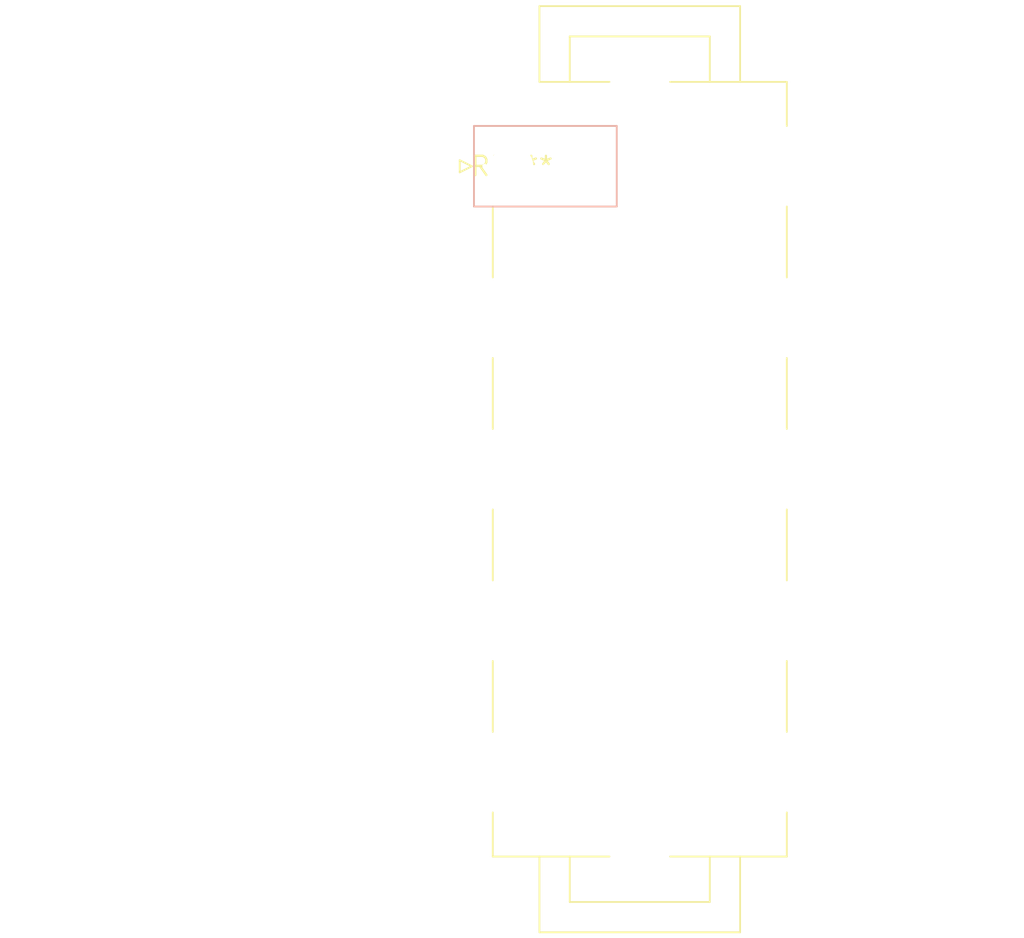
<source format=kicad_pcb>
(kicad_pcb (version 20240108) (generator pcbnew)
  (layers (0 "F.Cu" signal) (31 "B.Cu" signal) (34 "B.Paste" user) (35 "F.Paste" user) (36 "B.SilkS" user "B.Silkscreen") (37 "F.SilkS" user "F.Silkscreen") (38 "B.Mask" user) (39 "F.Mask" user) (44 "Edge.Cuts" user))
  (net 0 "")
  (footprint "Molex_Mini-Fit_Sr_43915-xx10_2x05_P10.00mm_Vertical_ThermalVias" (layer "F.Cu") (at 0 0)
    (property "Reference" "REF**")
    (property "Value" "Molex_Mini-Fit_Sr_43915-xx10_2x05_P10.00mm_Vertical_ThermalVias")
    (fp_line (start -2.51 -2.66) (end -2.51 2.66) (layer "B.SilkS") (stroke (width 0.12)))
    (fp_line (start -2.51 2.66) (end 6.91 2.66) (layer "B.SilkS") (stroke (width 0.12)))
    (fp_line (start 6.91 -2.66) (end -2.51 -2.66) (layer "B.SilkS") (stroke (width 0.12)))
    (fp_line (start 6.91 2.66) (end 6.91 -2.66) (layer "B.SilkS") (stroke (width 0.12)))
    (fp_line (start -3.45 -0.4) (end -3.45 0.4) (layer "F.SilkS") (stroke (width 0.12)))
    (fp_line (start -3.45 0.4) (end -2.65 0) (layer "F.SilkS") (stroke (width 0.12)))
    (fp_line (start -2.65 0) (end -3.45 -0.4) (layer "F.SilkS") (stroke (width 0.12)))
    (fp_line (start -1.27 2.66) (end -1.27 7.34) (layer "F.SilkS") (stroke (width 0.12)))
    (fp_line (start -1.27 12.66) (end -1.27 17.34) (layer "F.SilkS") (stroke (width 0.12)))
    (fp_line (start -1.27 22.66) (end -1.27 27.34) (layer "F.SilkS") (stroke (width 0.12)))
    (fp_line (start -1.27 32.66) (end -1.27 37.34) (layer "F.SilkS") (stroke (width 0.12)))
    (fp_line (start -1.27 42.66) (end -1.27 45.57) (layer "F.SilkS") (stroke (width 0.12)))
    (fp_line (start -1.27 45.57) (end 6.43 45.57) (layer "F.SilkS") (stroke (width 0.12)))
    (fp_line (start 1.81 -10.57) (end 15.05 -10.57) (layer "F.SilkS") (stroke (width 0.12)))
    (fp_line (start 1.81 -5.57) (end 1.81 -10.57) (layer "F.SilkS") (stroke (width 0.12)))
    (fp_line (start 1.81 45.57) (end 1.81 50.57) (layer "F.SilkS") (stroke (width 0.12)))
    (fp_line (start 1.81 50.57) (end 15.05 50.57) (layer "F.SilkS") (stroke (width 0.12)))
    (fp_line (start 3.81 -8.57) (end 13.05 -8.57) (layer "F.SilkS") (stroke (width 0.12)))
    (fp_line (start 3.81 -5.57) (end 3.81 -8.57) (layer "F.SilkS") (stroke (width 0.12)))
    (fp_line (start 3.81 45.57) (end 3.81 48.57) (layer "F.SilkS") (stroke (width 0.12)))
    (fp_line (start 3.81 48.57) (end 13.05 48.57) (layer "F.SilkS") (stroke (width 0.12)))
    (fp_line (start 6.43 -5.57) (end 1.81 -5.57) (layer "F.SilkS") (stroke (width 0.12)))
    (fp_line (start 13.05 -8.57) (end 13.05 -5.57) (layer "F.SilkS") (stroke (width 0.12)))
    (fp_line (start 13.05 48.57) (end 13.05 45.57) (layer "F.SilkS") (stroke (width 0.12)))
    (fp_line (start 15.05 -10.57) (end 15.05 -5.57) (layer "F.SilkS") (stroke (width 0.12)))
    (fp_line (start 15.05 50.57) (end 15.05 45.57) (layer "F.SilkS") (stroke (width 0.12)))
    (fp_line (start 18.13 -5.57) (end 10.43 -5.57) (layer "F.SilkS") (stroke (width 0.12)))
    (fp_line (start 18.13 -2.66) (end 18.13 -5.57) (layer "F.SilkS") (stroke (width 0.12)))
    (fp_line (start 18.13 2.66) (end 18.13 7.34) (layer "F.SilkS") (stroke (width 0.12)))
    (fp_line (start 18.13 12.66) (end 18.13 17.34) (layer "F.SilkS") (stroke (width 0.12)))
    (fp_line (start 18.13 22.66) (end 18.13 27.34) (layer "F.SilkS") (stroke (width 0.12)))
    (fp_line (start 18.13 32.66) (end 18.13 37.34) (layer "F.SilkS") (stroke (width 0.12)))
    (fp_line (start 18.13 42.66) (end 18.13 45.57) (layer "F.SilkS") (stroke (width 0.12)))
    (fp_line (start 18.13 45.57) (end 10.43 45.57) (layer "F.SilkS") (stroke (width 0.12)))
    (pad "" thru_hole circle (at 8.43 -5.705) (size 3.5 3.5) (drill 3) (layers *.Cu *.Mask) (remove_unused_layers))
    (pad "" np_thru_hole circle (at 8.43 5) (size 3 3) (drill 3) (layers *.Cu *.Mask))
    (pad "" thru_hole circle (at 8.43 45.705) (size 3.5 3.5) (drill 3) (layers *.Cu *.Mask) (remove_unused_layers))
    (pad "1" thru_hole roundrect (at -1.8 -1.95) (size 0.6 0.6) (drill 0.3) (layers *.Cu *.Mask) (remove_unused_layers))
    (pad "1" thru_hole roundrect (at -1.8 0) (size 0.6 0.6) (drill 0.3) (layers *.Cu *.Mask) (remove_unused_layers))
    (pad "1" thru_hole roundrect (at -1.8 1.95) (size 0.6 0.6) (drill 0.3) (layers *.Cu *.Mask) (remove_unused_layers))
    (pad "1" thru_hole rect (at 0 0) (size 4.5 4.8) (drill 2.8) (layers *.Cu *.Mask) (remove_unused_layers))
    (pad "1" thru_hole roundrect (at 0.2 -1.95) (size 0.6 0.6) (drill 0.3) (layers *.Cu *.Mask) (remove_unused_layers))
    (pad "1" thru_hole roundrect (at 0.2 1.95) (size 0.6 0.6) (drill 0.3) (layers *.Cu *.Mask) (remove_unused_layers))
    (pad "1" thru_hole roundrect (at 2.2 -1.95) (size 0.6 0.6) (drill 0.3) (layers *.Cu *.Mask) (remove_unused_layers))
    (pad "1" thru_hole roundrect (at 2.2 0) (size 0.6 0.6) (drill 0.3) (layers *.Cu *.Mask) (remove_unused_layers))
    (pad "1" thru_hole roundrect (at 2.2 1.95) (size 0.6 0.6) (drill 0.3) (layers *.Cu *.Mask) (remove_unused_layers))
    (pad "1" thru_hole roundrect (at 4.2 -1.95) (size 0.6 0.6) (drill 0.3) (layers *.Cu *.Mask) (remove_unused_layers))
    (pad "1" thru_hole roundrect (at 4.2 1.95) (size 0.6 0.6) (drill 0.3) (layers *.Cu *.Mask) (remove_unused_layers))
    (pad "1" thru_hole rect (at 4.4 0) (size 4.5 4.8) (drill 2.8) (layers *.Cu *.Mask) (remove_unused_layers))
    (pad "1" thru_hole roundrect (at 6.2 -1.95) (size 0.6 0.6) (drill 0.3) (layers *.Cu *.Mask) (remove_unused_layers))
    (pad "1" thru_hole roundrect (at 6.2 0) (size 0.6 0.6) (drill 0.3) (layers *.Cu *.Mask) (remove_unused_layers))
    (pad "1" thru_hole roundrect (at 6.2 1.95) (size 0.6 0.6) (drill 0.3) (layers *.Cu *.Mask) (remove_unused_layers))
    (pad "2" thru_hole circle (at -1.8 8.05) (size 0.6 0.6) (drill 0.3) (layers *.Cu *.Mask) (remove_unused_layers))
    (pad "2" thru_hole circle (at -1.8 10) (size 0.6 0.6) (drill 0.3) (layers *.Cu *.Mask) (remove_unused_layers))
    (pad "2" thru_hole circle (at -1.8 11.95) (size 0.6 0.6) (drill 0.3) (layers *.Cu *.Mask) (remove_unused_layers))
    (pad "2" thru_hole rect (at 0 10) (size 4.5 4.8) (drill 2.8) (layers *.Cu *.Mask) (remove_unused_layers))
    (pad "2" thru_hole circle (at 0.2 8.05) (size 0.6 0.6) (drill 0.3) (layers *.Cu *.Mask) (remove_unused_layers))
    (pad "2" thru_hole circle (at 0.2 11.95) (size 0.6 0.6) (drill 0.3) (layers *.Cu *.Mask) (remove_unused_layers))
    (pad "2" thru_hole circle (at 2.2 8.05) (size 0.6 0.6) (drill 0.3) (layers *.Cu *.Mask) (remove_unused_layers))
    (pad "2" thru_hole circle (at 2.2 10) (size 0.6 0.6) (drill 0.3) (layers *.Cu *.Mask) (remove_unused_layers))
    (pad "2" thru_hole circle (at 2.2 11.95) (size 0.6 0.6) (drill 0.3) (layers *.Cu *.Mask) (remove_unused_layers))
    (pad "2" thru_hole circle (at 4.2 8.05) (size 0.6 0.6) (drill 0.3) (layers *.Cu *.Mask) (remove_unused_layers))
    (pad "2" thru_hole circle (at 4.2 11.95) (size 0.6 0.6) (drill 0.3) (layers *.Cu *.Mask) (remove_unused_layers))
    (pad "2" thru_hole rect (at 4.4 10) (size 4.5 4.8) (drill 2.8) (layers *.Cu *.Mask) (remove_unused_layers))
    (pad "2" thru_hole circle (at 6.2 8.05) (size 0.6 0.6) (drill 0.3) (layers *.Cu *.Mask) (remove_unused_layers))
    (pad "2" thru_hole circle (at 6.2 10) (size 0.6 0.6) (drill 0.3) (layers *.Cu *.Mask) (remove_unused_layers))
    (pad "2" thru_hole circle (at 6.2 11.95) (size 0.6 0.6) (drill 0.3) (layers *.Cu *.Mask) (remove_unused_layers))
    (pad "3" thru_hole circle (at -1.8 18.05) (size 0.6 0.6) (drill 0.3) (layers *.Cu *.Mask) (remove_unused_layers))
    (pad "3" thru_hole circle (at -1.8 20) (size 0.6 0.6) (drill 0.3) (layers *.Cu *.Mask) (remove_unused_layers))
    (pad "3" thru_hole circle (at -1.8 21.95) (size 0.6 0.6) (drill 0.3) (layers *.Cu *.Mask) (remove_unused_layers))
    (pad "3" thru_hole rect (at 0 20) (size 4.5 4.8) (drill 2.8) (layers *.Cu *.Mask) (remove_unused_layers))
    (pad "3" thru_hole circle (at 0.2 18.05) (size 0.6 0.6) (drill 0.3) (layers *.Cu *.Mask) (remove_unused_layers))
    (pad "3" thru_hole circle (at 0.2 21.95) (size 0.6 0.6) (drill 0.3) (layers *.Cu *.Mask) (remove_unused_layers))
    (pad "3" thru_hole circle (at 2.2 18.05) (size 0.6 0.6) (drill 0.3) (layers *.Cu *.Mask) (remove_unused_layers))
    (pad "3" thru_hole circle (at 2.2 20) (size 0.6 0.6) (drill 0.3) (layers *.Cu *.Mask) (remove_unused_layers))
    (pad "3" thru_hole circle (at 2.2 21.95) (size 0.6 0.6) (drill 0.3) (layers *.Cu *.Mask) (remove_unused_layers))
    (pad "3" thru_hole circle (at 4.2 18.05) (size 0.6 0.6) (drill 0.3) (layers *.Cu *.Mask) (remove_unused_layers))
    (pad "3" thru_hole circle (at 4.2 21.95) (size 0.6 0.6) (drill 0.3) (layers *.Cu *.Mask) (remove_unused_layers))
    (pad "3" thru_hole rect (at 4.4 20) (size 4.5 4.8) (drill 2.8) (layers *.Cu *.Mask) (remove_unused_layers))
    (pad "3" thru_hole circle (at 6.2 18.05) (size 0.6 0.6) (drill 0.3) (layers *.Cu *.Mask) (remove_unused_layers))
    (pad "3" thru_hole circle (at 6.2 20) (size 0.6 0.6) (drill 0.3) (layers *.Cu *.Mask) (remove_unused_layers))
    (pad "3" thru_hole circle (at 6.2 21.95) (size 0.6 0.6) (drill 0.3) (layers *.Cu *.Mask) (remove_unused_layers))
    (pad "4" thru_hole circle (at -1.8 28.05) (size 0.6 0.6) (drill 0.3) (layers *.Cu *.Mask) (remove_unused_layers))
    (pad "4" thru_hole circle (at -1.8 30) (size 0.6 0.6) (drill 0.3) (layers *.Cu *.Mask) (remove_unused_layers))
    (pad "4" thru_hole circle (at -1.8 31.95) (size 0.6 0.6) (drill 0.3) (layers *.Cu *.Mask) (remove_unused_layers))
    (pad "4" thru_hole rect (at 0 30) (size 4.5 4.8) (drill 2.8) (layers *.Cu *.Mask) (remove_unused_layers))
    (pad "4" thru_hole circle (at 0.2 28.05) (size 0.6 0.6) (drill 0.3) (layers *.Cu *.Mask) (remove_unused_layers))
    (pad "4" thru_hole circle (at 0.2 31.95) (size 0.6 0.6) (drill 0.3) (layers *.Cu *.Mask) (remove_unused_layers))
    (pad "4" thru_hole circle (at 2.2 28.05) (size 0.6 0.6) (drill 0.3) (layers *.Cu *.Mask) (remove_unused_layers))
    (pad "4" thru_hole circle (at 2.2 30) (size 0.6 0.6) (drill 0.3) (layers *.Cu *.Mask) (remove_unused_layers))
    (pad "4" thru_hole circle (at 2.2 31.95) (size 0.6 0.6) (drill 0.3) (layers *.Cu *.Mask) (remove_unused_layers))
    (pad "4" thru_hole circle (at 4.2 28.05) (size 0.6 0.6) (drill 0.3) (layers *.Cu *.Mask) (remove_unused_layers))
    (pad "4" thru_hole circle (at 4.2 31.95) (size 0.6 0.6) (drill 0.3) (layers *.Cu *.Mask) (remove_unused_layers))
    (pad "4" thru_hole rect (at 4.4 30) (size 4.5 4.8) (drill 2.8) (layers *.Cu *.Mask) (remove_unused_layers))
    (pad "4" thru_hole circle (at 6.2 28.05) (size 0.6 0.6) (drill 0.3) (layers *.Cu *.Mask) (remove_unused_layers))
    (pad "4" thru_hole circle (at 6.2 30) (size 0.6 0.6) (drill 0.3) (layers *.Cu *.Mask) (remove_unused_layers))
    (pad "4" thru_hole circle (at 6.2 31.95) (size 0.6 0.6) (drill 0.3) (layers *.Cu *.Mask) (remove_unused_layers))
    (pad "5" thru_hole circle (at -1.8 38.05) (size 0.6 0.6) (drill 0.3) (layers *.Cu *.Mask) (remove_unused_layers))
    (pad "5" thru_hole circle (at -1.8 40) (size 0.6 0.6) (drill 0.3) (layers *.Cu *.Mask) (remove_unused_layers))
    (pad "5" thru_hole circle (at -1.8 41.95) (size 0.6 0.6) (drill 0.3) (layers *.Cu *.Mask) (remove_unused_layers))
    (pad "5" thru_hole rect (at 0 40) (size 4.5 4.8) (drill 2.8) (layers *.Cu *.Mask) (remove_unused_layers))
    (pad "5" thru_hole circle (at 0.2 38.05) (size 0.6 0.6) (drill 0.3) (layers *.Cu *.Mask) (remove_unused_layers))
    (pad "5" thru_hole circle (at 0.2 41.95) (size 0.6 0.6) (drill 0.3) (layers *.Cu *.Mask) (remove_unused_layers))
    (pad "5" thru_hole circle (at 2.2 38.05) (size 0.6 0.6) (drill 0.3) (layers *.Cu *.Mask) (remove_unused_layers))
    (pad "5" thru_hole circle (at 2.2 40) (size 0.6 0.6) (drill 0.3) (layers *.Cu *.Mask) (remove_unused_layers))
    (pad "5" thru_hole circle (at 2.2 41.95) (size 0.6 0.6) (drill 0.3) (layers *.Cu *.Mask) (remove_unused_layers))
    (pad "5" thru_hole circle (at 4.2 38.05) (size 0.6 0.6) (drill 0.3) (layers *.Cu *.Mask) (remove_unused_layers))
    (pad "5" thru_hole circle (at 4.2 41.95) (size 0.6 0.6) (drill 0.3) (layers *.Cu *.Mask) (remove_unused_layers))
    (pad "5" thru_hole rect (at 4.4 40) (size 4.5 4.8) (drill 2.8) (layers *.Cu *.Mask) (remove_unused_layers))
    (pad "5" thru_hole circle (at 6.2 38.05) (size 0.6 0.6) (drill 0.3) (layers *.Cu *.Mask) (remove_unused_layers))
    (pad "5" thru_hole circle (at 6.2 40) (size 0.6 0.6) (drill 0.3) (layers *.Cu *.Mask) (remove_unused_layers))
    (pad "5" thru_hole circle (at 6.2 41.95) (size 0.6 0.6) (drill 0.3) (layers *.Cu *.Mask) (remove_unused_layers))
    (pad "6" thru_hole circle (at 10.66 -1.95) (size 0.6 0.6) (drill 0.3) (layers *.Cu *.Mask) (remove_unused_layers))
    (pad "6" thru_hole circle (at 10.66 0) (size 0.6 0.6) (drill 0.3) (layers *.Cu *.Mask) (remove_unused_layers))
    (pad "6" thru_hole circle (at 10.66 1.95) (size 0.6 0.6) (drill 0.3) (layers *.Cu *.Mask) (remove_unused_layers))
    (pad "6" thru_hole rect (at 12.46 0) (size 4.5 4.8) (drill 2.8) (layers *.Cu *.Mask) (remove_unused_layers))
    (pad "6" thru_hole circle (at 12.66 -1.95) (size 0.6 0.6) (drill 0.3) (layers *.Cu *.Mask) (remove_unused_layers))
    (pad "6" thru_hole circle (at 12.66 1.95) (size 0.6 0.6) (drill 0.3) (layers *.Cu *.Mask) (remove_unused_layers))
    (pad "6" thru_hole circle (at 14.66 -1.95) (size 0.6 0.6) (drill 0.3) (layers *.Cu *.Mask) (remove_unused_layers))
    (pad "6" thru_hole circle (at 14.66 0) (size 0.6 0.6) (drill 0.3) (layers *.Cu *.Mask) (remove_unused_layers))
    (pad "6" thru_hole circle (at 14.66 1.95) (size 0.6 0.6) (drill 0.3) (layers *.Cu *.Mask) (remove_unused_layers))
    (pad "6" thru_hole circle (at 16.66 -1.95) (size 0.6 0.6) (drill 0.3) (layers *.Cu *.Mask) (remove_unused_layers))
    (pad "6" thru_hole circle (at 16.66 1.95) (size 0.6 0.6) (drill 0.3) (layers *.Cu *.Mask) (remove_unused_layers))
    (pad "6" thru_hole rect (at 16.86 0) (size 4.5 4.8) (drill 2.8) (layers *.Cu *.Mask) (remove_unused_layers))
    (pad "6" thru_hole circle (at 18.66 -1.95) (size 0.6 0.6) (drill 0.3) (layers *.Cu *.Mask) (remove_unused_layers))
    (pad "6" thru_hole circle (at 18.66 0) (size 0.6 0.6) (drill 0.3) (layers *.Cu *.Mask) (remove_unused_layers))
    (pad "6" thru_hole circle (at 18.66 1.95) (size 0.6 0.6) (drill 0.3) (layers *.Cu *.Mask) (remove_unused_layers))
    (pad "7" thru_hole circle (at 10.66 8.05) (size 0.6 0.6) (drill 0.3) (layers *.Cu *.Mask) (remove_unused_layers))
    (pad "7" thru_hole circle (at 10.66 10) (size 0.6 0.6) (drill 0.3) (layers *.Cu *.Mask) (remove_unused_layers))
    (pad "7" thru_hole circle (at 10.66 11.95) (size 0.6 0.6) (drill 0.3) (layers *.Cu *.Mask) (remove_unused_layers))
    (pad "7" thru_hole rect (at 12.46 10) (size 4.5 4.8) (drill 2.8) (layers *.Cu *.Mask) (remove_unused_layers))
    (pad "7" thru_hole circle (at 12.66 8.05) (size 0.6 0.6) (drill 0.3) (layers *.Cu *.Mask) (remove_unused_layers))
    (pad "7" thru_hole circle (at 12.66 11.95) (size 0.6 0.6) (drill 0.3) (layers *.Cu *.Mask) (remove_unused_layers))
    (pad "7" thru_hole circle (at 14.66 8.05) (size 0.6 0.6) (drill 0.3) (layers *.Cu *.Mask) (remove_unused_layers))
    (pad "7" thru_hole circle (at 14.66 10) (size 0.6 0.6) (drill 0.3) (layers *.Cu *.Mask) (remove_unused_layers))
    (pad "7" thru_hole circle (at 14.66 11.95) (size 0.6 0.6) (drill 0.3) (layers *.Cu *.Mask) (remove_unused_layers))
    (pad "7" thru_hole circle (at 16.66 8.05) (size 0.6 0.6) (drill 0.3) (layers *.Cu *.Mask) (remove_unused_layers))
    (pad "7" thru_hole circle (at 16.66 11.95) (size 0.6 0.6) (drill 0.3) (layers *.Cu *.Mask) (remove_unused_layers))
    (pad "7" thru_hole rect (at 16.86 10) (size 4.5 4.8) (drill 2.8) (layers *.Cu *.Mask) (remove_unused_layers))
    (pad "7" thru_hole circle (at 18.66 8.05) (size 0.6 0.6) (drill 0.3) (layers *.Cu *.Mask) (remove_unused_layers))
    (pad "7" thru_hole circle (at 18.66 10) (size 0.6 0.6) (drill 0.3) (layers *.Cu *.Mask) (remove_unused_layers))
    (pad "7" thru_hole circle (at 18.66 11.95) (size 0.6 0.6) (drill 0.3) (layers *.Cu *.Mask) (remove_unused_layers))
    (pad "8" thru_hole circle (at 10.66 18.05) (size 0.6 0.6) (drill 0.3) (layers *.Cu *.Mask) (remove_unused_layers))
    (pad "8" thru_hole circle (at 10.66 20) (size 0.6 0.6) (drill 0.3) (layers *.Cu *.Mask) (remove_unused_layers))
    (pad "8" thru_hole circle (at 10.66 21.95) (size 0.6 0.6) (drill 0.3) (layers *.Cu *.Mask) (remove_unused_layers))
    (pad "8" thru_hole rect (at 12.46 20) (size 4.5 4.8) (drill 2.8) (layers *.Cu *.Mask) (remove_unused_layers))
    (pad "8" thru_hole circle (at 12.66 18.05) (size 0.6 0.6) (drill 0.3) (layers *.Cu *.Mask) (remove_unused_layers))
    (pad "8" thru_hole circle (at 12.66 21.95) (size 0.6 0.6) (drill 0.3) (layers *.Cu *.Mask) (remove_unused_layers))
    (pad "8" thru_hole circle (at 14.66 18.05) (size 0.6 0.6) (drill 0.3) (layers *.Cu *.Mask) (remove_unused_layers))
    (pad "8" thru_hole circle (at 14.66 20) (size 0.6 0.6) (drill 0.3) (layers *.Cu *.Mask) (remove_unused_layers))
    (pad "8" thru_hole circle (at 14.66 21.95) (size 0.6 0.6) (drill 0.3) (layers *.Cu *.Mask) (remove_unused_layers))
    (pad "8" thru_hole circle (at 16.66 18.05) (size 0.6 0.6) (drill 0.3) (layers *.Cu *.Mask) (remove_unused_layers))
    (pad "8" thru_hole circle (at 16.66 21.95) (size 0.6 0.6) (drill 0.3) (layers *.Cu *.Mask) (remove_unused_layers))
    (pad "8" thru_hole rect (at 16.86 20) (size 4.5 4.8) (drill 2.8) (layers *.Cu *.Mask) (remove_unused_layers))
    (pad "8" thru_hole circle (at 18.66 18.05) (size 0.6 0.6) (drill 0.3) (layers *.Cu *.Mask) (remove_unused_layers))
    (pad "8" thru_hole circle (at 18.66 20) (size 0.6 0.6) (drill 0.3) (layers *.Cu *.Mask) (remove_unused_layers))
    (pad "8" thru_hole circle (at 18.66 21.95) (size 0.6 0.6) (drill 0.3) (layers *.Cu *.Mask) (remove_unused_layers))
    (pad "9" thru_hole circle (at 10.66 28.05) (size 0.6 0.6) (drill 0.3) (layers *.Cu *.Mask) (remove_unused_layers))
    (pad "9" thru_hole circle (at 10.66 30) (size 0.6 0.6) (drill 0.3) (layers *.Cu *.Mask) (remove_unused_layers))
    (pad "9" thru_hole circle (at 10.66 31.95) (size 0.6 0.6) (drill 0.3) (layers *.Cu *.Mask) (remove_unused_layers))
    (pad "9" thru_hole rect (at 12.46 30) (size 4.5 4.8) (drill 2.8) (layers *.Cu *.Mask) (remove_unused_layers))
    (pad "9" thru_hole circle (at 12.66 28.05) (size 0.6 0.6) (drill 0.3) (layers *.Cu *.Mask) (remove_unused_layers))
    (pad "9" thru_hole circle (at 12.66 31.95) (size 0.6 0.6) (drill 0.3) (layers *.Cu *.Mask) (remove_unused_layers))
    (pad "9" thru_hole circle (at 14.66 28.05) (size 0.6 0.6) (drill 0.3) (layers *.Cu *.Mask) (remove_unused_layers))
    (pad "9" thru_hole circle (at 14.66 30) (size 0.6 0.6) (drill 0.3) (layers *.Cu *.Mask) (remove_unused_layers))
    (pad "9" thru_hole circle (at 14.66 31.95) (size 0.6 0.6) (drill 0.3) (layers *.Cu *.Mask) (remove_unused_layers))
    (pad "9" thru_hole circle (at 16.66 28.05) (size 0.6 0.6) (drill 0.3) (layers *.Cu *.Mask) (remove_unused_layers))
    (pad "9" thru_hole circle (at 16.66 31.95) (size 0.6 0.6) (drill 0.3) (layers *.Cu *.Mask) (remove_unused_layers))
    (pad "9" thru_hole rect (at 16.86 30) (size 4.5 4.8) (drill 2.8) (layers *.Cu *.Mask) (remove_unused_layers))
    (pad "9" thru_hole circle (at 18.66 28.05) (size 0.6 0.6) (drill 0.3) (layers *.Cu *.Mask) (remove_unused_layers))
    (pad "9" thru_hole circle (at 18.66 30) (size 0.6 0.6) (drill 0.3) (layers *.Cu *.Mask) (remove_unused_layers))
    (pad "9" thru_hole circle (at 18.66 31.95) (size 0.6 0.6) (drill 0.3) (layers *.Cu *.Mask) (remove_unused_layers))
    (pad "10" thru_hole circle (at 10.66 38.05) (size 0.6 0.6) (drill 0.3) (layers *.Cu *.Mask) (remove_unused_layers))
    (pad "10" thru_hole circle (at 10.66 40) (size 0.6 0.6) (drill 0.3) (layers *.Cu *.Mask) (remove_unused_layers))
    (pad "10" thru_hole circle (at 10.66 41.95) (size 0.6 0.6) (drill 0.3) (layers *.Cu *.Mask) (remove_unused_layers))
    (pad "10" thru_hole rect (at 12.46 40) (size 4.5 4.8) (drill 2.8) (layers *.Cu *.Mask) (remove_unused_layers))
    (pad "10" thru_hole circle (at 12.66 38.05) (size 0.6 0.6) (drill 0.3) (layers *.Cu *.Mask) (remove_unused_layers))
    (pad "10" thru_hole circle (at 12.66 41.95) (size 0.6 0.6) (drill 0.3) (layers *.Cu *.Mask) (remove_unused_layers))
    (pad "10" thru_hole circle (at 14.66 38.05) (size 0.6 0.6) (drill 0.3) (layers *.Cu *.Mask) (remove_unused_layers))
    (pad "10" thru_hole circle (at 14.66 40) (size 0.6 0.6) (drill 0.3) (layers *.Cu *.Mask) (remove_unused_layers))
    (pad "10" thru_hole circle (at 14.66 41.95) (size 0.6 0.6) (drill 0.3) (layers *.Cu *.Mask) (remove_unused_layers))
    (pad "10" thru_hole circle (at 16.66 38.05) (size 0.6 0.6) (drill 0.3) (layers *.Cu *.Mask) (remove_unused_layers))
    (pad "10" thru_hole circle (at 16.66 41.95) (size 0.6 0.6) (drill 0.3) (layers *.Cu *.Mask) (remove_unused_layers))
    (pad "10" thru_hole rect (at 16.86 40) (size 4.5 4.8) (drill 2.8) (layers *.Cu *.Mask) (remove_unused_layers))
    (pad "10" thru_hole circle (at 18.66 38.05) (size 0.6 0.6) (drill 0.3) (layers *.Cu *.Mask) (remove_unused_layers))
    (pad "10" thru_hole circle (at 18.66 40) (size 0.6 0.6) (drill 0.3) (layers *.Cu *.Mask) (remove_unused_layers))
    (pad "10" thru_hole circle (at 18.66 41.95) (size 0.6 0.6) (drill 0.3) (layers *.Cu *.Mask) (remove_unused_layers))
  )
)
</source>
